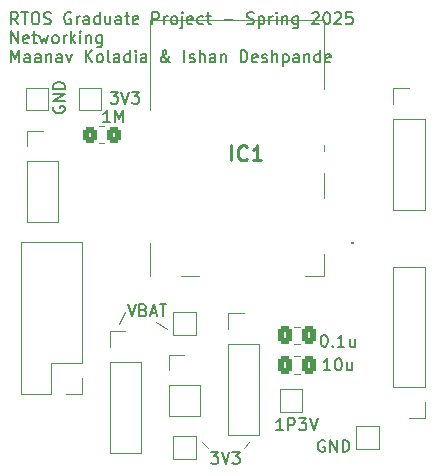
<source format=gto>
G04 #@! TF.GenerationSoftware,KiCad,Pcbnew,9.0.0*
G04 #@! TF.CreationDate,2025-03-07T02:47:21-06:00*
G04 #@! TF.ProjectId,ATWILC1000_Breakout,41545749-4c43-4313-9030-305f42726561,rev?*
G04 #@! TF.SameCoordinates,Original*
G04 #@! TF.FileFunction,Legend,Top*
G04 #@! TF.FilePolarity,Positive*
%FSLAX46Y46*%
G04 Gerber Fmt 4.6, Leading zero omitted, Abs format (unit mm)*
G04 Created by KiCad (PCBNEW 9.0.0) date 2025-03-07 02:47:21*
%MOMM*%
%LPD*%
G01*
G04 APERTURE LIST*
G04 Aperture macros list*
%AMRoundRect*
0 Rectangle with rounded corners*
0 $1 Rounding radius*
0 $2 $3 $4 $5 $6 $7 $8 $9 X,Y pos of 4 corners*
0 Add a 4 corners polygon primitive as box body*
4,1,4,$2,$3,$4,$5,$6,$7,$8,$9,$2,$3,0*
0 Add four circle primitives for the rounded corners*
1,1,$1+$1,$2,$3*
1,1,$1+$1,$4,$5*
1,1,$1+$1,$6,$7*
1,1,$1+$1,$8,$9*
0 Add four rect primitives between the rounded corners*
20,1,$1+$1,$2,$3,$4,$5,0*
20,1,$1+$1,$4,$5,$6,$7,0*
20,1,$1+$1,$6,$7,$8,$9,0*
20,1,$1+$1,$8,$9,$2,$3,0*%
G04 Aperture macros list end*
%ADD10C,0.100000*%
%ADD11C,0.150000*%
%ADD12C,0.254000*%
%ADD13C,0.120000*%
%ADD14C,0.200000*%
%ADD15R,1.700000X1.700000*%
%ADD16O,1.700000X1.700000*%
%ADD17R,1.500000X1.500000*%
%ADD18RoundRect,0.250000X-0.350000X-0.450000X0.350000X-0.450000X0.350000X0.450000X-0.350000X0.450000X0*%
%ADD19RoundRect,0.250000X-0.337500X-0.475000X0.337500X-0.475000X0.337500X0.475000X-0.337500X0.475000X0*%
%ADD20R,3.700000X3.700000*%
%ADD21R,1.900000X0.800000*%
%ADD22R,0.800000X1.900000*%
G04 APERTURE END LIST*
D10*
X147500000Y-121500000D02*
X148000000Y-121000000D01*
X140049387Y-110866258D02*
X141000000Y-111500000D01*
X137000000Y-111000000D02*
X137500000Y-110000000D01*
X144500000Y-121500000D02*
X144000000Y-121000000D01*
D11*
X136241541Y-91369819D02*
X136860588Y-91369819D01*
X136860588Y-91369819D02*
X136527255Y-91750771D01*
X136527255Y-91750771D02*
X136670112Y-91750771D01*
X136670112Y-91750771D02*
X136765350Y-91798390D01*
X136765350Y-91798390D02*
X136812969Y-91846009D01*
X136812969Y-91846009D02*
X136860588Y-91941247D01*
X136860588Y-91941247D02*
X136860588Y-92179342D01*
X136860588Y-92179342D02*
X136812969Y-92274580D01*
X136812969Y-92274580D02*
X136765350Y-92322200D01*
X136765350Y-92322200D02*
X136670112Y-92369819D01*
X136670112Y-92369819D02*
X136384398Y-92369819D01*
X136384398Y-92369819D02*
X136289160Y-92322200D01*
X136289160Y-92322200D02*
X136241541Y-92274580D01*
X137146303Y-91369819D02*
X137479636Y-92369819D01*
X137479636Y-92369819D02*
X137812969Y-91369819D01*
X138051065Y-91369819D02*
X138670112Y-91369819D01*
X138670112Y-91369819D02*
X138336779Y-91750771D01*
X138336779Y-91750771D02*
X138479636Y-91750771D01*
X138479636Y-91750771D02*
X138574874Y-91798390D01*
X138574874Y-91798390D02*
X138622493Y-91846009D01*
X138622493Y-91846009D02*
X138670112Y-91941247D01*
X138670112Y-91941247D02*
X138670112Y-92179342D01*
X138670112Y-92179342D02*
X138622493Y-92274580D01*
X138622493Y-92274580D02*
X138574874Y-92322200D01*
X138574874Y-92322200D02*
X138479636Y-92369819D01*
X138479636Y-92369819D02*
X138193922Y-92369819D01*
X138193922Y-92369819D02*
X138098684Y-92322200D01*
X138098684Y-92322200D02*
X138051065Y-92274580D01*
X144741541Y-121869819D02*
X145360588Y-121869819D01*
X145360588Y-121869819D02*
X145027255Y-122250771D01*
X145027255Y-122250771D02*
X145170112Y-122250771D01*
X145170112Y-122250771D02*
X145265350Y-122298390D01*
X145265350Y-122298390D02*
X145312969Y-122346009D01*
X145312969Y-122346009D02*
X145360588Y-122441247D01*
X145360588Y-122441247D02*
X145360588Y-122679342D01*
X145360588Y-122679342D02*
X145312969Y-122774580D01*
X145312969Y-122774580D02*
X145265350Y-122822200D01*
X145265350Y-122822200D02*
X145170112Y-122869819D01*
X145170112Y-122869819D02*
X144884398Y-122869819D01*
X144884398Y-122869819D02*
X144789160Y-122822200D01*
X144789160Y-122822200D02*
X144741541Y-122774580D01*
X145646303Y-121869819D02*
X145979636Y-122869819D01*
X145979636Y-122869819D02*
X146312969Y-121869819D01*
X146551065Y-121869819D02*
X147170112Y-121869819D01*
X147170112Y-121869819D02*
X146836779Y-122250771D01*
X146836779Y-122250771D02*
X146979636Y-122250771D01*
X146979636Y-122250771D02*
X147074874Y-122298390D01*
X147074874Y-122298390D02*
X147122493Y-122346009D01*
X147122493Y-122346009D02*
X147170112Y-122441247D01*
X147170112Y-122441247D02*
X147170112Y-122679342D01*
X147170112Y-122679342D02*
X147122493Y-122774580D01*
X147122493Y-122774580D02*
X147074874Y-122822200D01*
X147074874Y-122822200D02*
X146979636Y-122869819D01*
X146979636Y-122869819D02*
X146693922Y-122869819D01*
X146693922Y-122869819D02*
X146598684Y-122822200D01*
X146598684Y-122822200D02*
X146551065Y-122774580D01*
X150860588Y-120029819D02*
X150289160Y-120029819D01*
X150574874Y-120029819D02*
X150574874Y-119029819D01*
X150574874Y-119029819D02*
X150479636Y-119172676D01*
X150479636Y-119172676D02*
X150384398Y-119267914D01*
X150384398Y-119267914D02*
X150289160Y-119315533D01*
X151289160Y-120029819D02*
X151289160Y-119029819D01*
X151289160Y-119029819D02*
X151670112Y-119029819D01*
X151670112Y-119029819D02*
X151765350Y-119077438D01*
X151765350Y-119077438D02*
X151812969Y-119125057D01*
X151812969Y-119125057D02*
X151860588Y-119220295D01*
X151860588Y-119220295D02*
X151860588Y-119363152D01*
X151860588Y-119363152D02*
X151812969Y-119458390D01*
X151812969Y-119458390D02*
X151765350Y-119506009D01*
X151765350Y-119506009D02*
X151670112Y-119553628D01*
X151670112Y-119553628D02*
X151289160Y-119553628D01*
X152193922Y-119029819D02*
X152812969Y-119029819D01*
X152812969Y-119029819D02*
X152479636Y-119410771D01*
X152479636Y-119410771D02*
X152622493Y-119410771D01*
X152622493Y-119410771D02*
X152717731Y-119458390D01*
X152717731Y-119458390D02*
X152765350Y-119506009D01*
X152765350Y-119506009D02*
X152812969Y-119601247D01*
X152812969Y-119601247D02*
X152812969Y-119839342D01*
X152812969Y-119839342D02*
X152765350Y-119934580D01*
X152765350Y-119934580D02*
X152717731Y-119982200D01*
X152717731Y-119982200D02*
X152622493Y-120029819D01*
X152622493Y-120029819D02*
X152336779Y-120029819D01*
X152336779Y-120029819D02*
X152241541Y-119982200D01*
X152241541Y-119982200D02*
X152193922Y-119934580D01*
X153098684Y-119029819D02*
X153432017Y-120029819D01*
X153432017Y-120029819D02*
X153765350Y-119029819D01*
X137693922Y-109369819D02*
X138027255Y-110369819D01*
X138027255Y-110369819D02*
X138360588Y-109369819D01*
X139027255Y-109846009D02*
X139170112Y-109893628D01*
X139170112Y-109893628D02*
X139217731Y-109941247D01*
X139217731Y-109941247D02*
X139265350Y-110036485D01*
X139265350Y-110036485D02*
X139265350Y-110179342D01*
X139265350Y-110179342D02*
X139217731Y-110274580D01*
X139217731Y-110274580D02*
X139170112Y-110322200D01*
X139170112Y-110322200D02*
X139074874Y-110369819D01*
X139074874Y-110369819D02*
X138693922Y-110369819D01*
X138693922Y-110369819D02*
X138693922Y-109369819D01*
X138693922Y-109369819D02*
X139027255Y-109369819D01*
X139027255Y-109369819D02*
X139122493Y-109417438D01*
X139122493Y-109417438D02*
X139170112Y-109465057D01*
X139170112Y-109465057D02*
X139217731Y-109560295D01*
X139217731Y-109560295D02*
X139217731Y-109655533D01*
X139217731Y-109655533D02*
X139170112Y-109750771D01*
X139170112Y-109750771D02*
X139122493Y-109798390D01*
X139122493Y-109798390D02*
X139027255Y-109846009D01*
X139027255Y-109846009D02*
X138693922Y-109846009D01*
X139646303Y-110084104D02*
X140122493Y-110084104D01*
X139551065Y-110369819D02*
X139884398Y-109369819D01*
X139884398Y-109369819D02*
X140217731Y-110369819D01*
X140408208Y-109369819D02*
X140979636Y-109369819D01*
X140693922Y-110369819D02*
X140693922Y-109369819D01*
X154360588Y-120917438D02*
X154265350Y-120869819D01*
X154265350Y-120869819D02*
X154122493Y-120869819D01*
X154122493Y-120869819D02*
X153979636Y-120917438D01*
X153979636Y-120917438D02*
X153884398Y-121012676D01*
X153884398Y-121012676D02*
X153836779Y-121107914D01*
X153836779Y-121107914D02*
X153789160Y-121298390D01*
X153789160Y-121298390D02*
X153789160Y-121441247D01*
X153789160Y-121441247D02*
X153836779Y-121631723D01*
X153836779Y-121631723D02*
X153884398Y-121726961D01*
X153884398Y-121726961D02*
X153979636Y-121822200D01*
X153979636Y-121822200D02*
X154122493Y-121869819D01*
X154122493Y-121869819D02*
X154217731Y-121869819D01*
X154217731Y-121869819D02*
X154360588Y-121822200D01*
X154360588Y-121822200D02*
X154408207Y-121774580D01*
X154408207Y-121774580D02*
X154408207Y-121441247D01*
X154408207Y-121441247D02*
X154217731Y-121441247D01*
X154836779Y-121869819D02*
X154836779Y-120869819D01*
X154836779Y-120869819D02*
X155408207Y-121869819D01*
X155408207Y-121869819D02*
X155408207Y-120869819D01*
X155884398Y-121869819D02*
X155884398Y-120869819D01*
X155884398Y-120869819D02*
X156122493Y-120869819D01*
X156122493Y-120869819D02*
X156265350Y-120917438D01*
X156265350Y-120917438D02*
X156360588Y-121012676D01*
X156360588Y-121012676D02*
X156408207Y-121107914D01*
X156408207Y-121107914D02*
X156455826Y-121298390D01*
X156455826Y-121298390D02*
X156455826Y-121441247D01*
X156455826Y-121441247D02*
X156408207Y-121631723D01*
X156408207Y-121631723D02*
X156360588Y-121726961D01*
X156360588Y-121726961D02*
X156265350Y-121822200D01*
X156265350Y-121822200D02*
X156122493Y-121869819D01*
X156122493Y-121869819D02*
X155884398Y-121869819D01*
X131417438Y-92639411D02*
X131369819Y-92734649D01*
X131369819Y-92734649D02*
X131369819Y-92877506D01*
X131369819Y-92877506D02*
X131417438Y-93020363D01*
X131417438Y-93020363D02*
X131512676Y-93115601D01*
X131512676Y-93115601D02*
X131607914Y-93163220D01*
X131607914Y-93163220D02*
X131798390Y-93210839D01*
X131798390Y-93210839D02*
X131941247Y-93210839D01*
X131941247Y-93210839D02*
X132131723Y-93163220D01*
X132131723Y-93163220D02*
X132226961Y-93115601D01*
X132226961Y-93115601D02*
X132322200Y-93020363D01*
X132322200Y-93020363D02*
X132369819Y-92877506D01*
X132369819Y-92877506D02*
X132369819Y-92782268D01*
X132369819Y-92782268D02*
X132322200Y-92639411D01*
X132322200Y-92639411D02*
X132274580Y-92591792D01*
X132274580Y-92591792D02*
X131941247Y-92591792D01*
X131941247Y-92591792D02*
X131941247Y-92782268D01*
X132369819Y-92163220D02*
X131369819Y-92163220D01*
X131369819Y-92163220D02*
X132369819Y-91591792D01*
X132369819Y-91591792D02*
X131369819Y-91591792D01*
X132369819Y-91115601D02*
X131369819Y-91115601D01*
X131369819Y-91115601D02*
X131369819Y-90877506D01*
X131369819Y-90877506D02*
X131417438Y-90734649D01*
X131417438Y-90734649D02*
X131512676Y-90639411D01*
X131512676Y-90639411D02*
X131607914Y-90591792D01*
X131607914Y-90591792D02*
X131798390Y-90544173D01*
X131798390Y-90544173D02*
X131941247Y-90544173D01*
X131941247Y-90544173D02*
X132131723Y-90591792D01*
X132131723Y-90591792D02*
X132226961Y-90639411D01*
X132226961Y-90639411D02*
X132322200Y-90734649D01*
X132322200Y-90734649D02*
X132369819Y-90877506D01*
X132369819Y-90877506D02*
X132369819Y-91115601D01*
X128408207Y-85649931D02*
X128074874Y-85173740D01*
X127836779Y-85649931D02*
X127836779Y-84649931D01*
X127836779Y-84649931D02*
X128217731Y-84649931D01*
X128217731Y-84649931D02*
X128312969Y-84697550D01*
X128312969Y-84697550D02*
X128360588Y-84745169D01*
X128360588Y-84745169D02*
X128408207Y-84840407D01*
X128408207Y-84840407D02*
X128408207Y-84983264D01*
X128408207Y-84983264D02*
X128360588Y-85078502D01*
X128360588Y-85078502D02*
X128312969Y-85126121D01*
X128312969Y-85126121D02*
X128217731Y-85173740D01*
X128217731Y-85173740D02*
X127836779Y-85173740D01*
X128693922Y-84649931D02*
X129265350Y-84649931D01*
X128979636Y-85649931D02*
X128979636Y-84649931D01*
X129789160Y-84649931D02*
X129979636Y-84649931D01*
X129979636Y-84649931D02*
X130074874Y-84697550D01*
X130074874Y-84697550D02*
X130170112Y-84792788D01*
X130170112Y-84792788D02*
X130217731Y-84983264D01*
X130217731Y-84983264D02*
X130217731Y-85316597D01*
X130217731Y-85316597D02*
X130170112Y-85507073D01*
X130170112Y-85507073D02*
X130074874Y-85602312D01*
X130074874Y-85602312D02*
X129979636Y-85649931D01*
X129979636Y-85649931D02*
X129789160Y-85649931D01*
X129789160Y-85649931D02*
X129693922Y-85602312D01*
X129693922Y-85602312D02*
X129598684Y-85507073D01*
X129598684Y-85507073D02*
X129551065Y-85316597D01*
X129551065Y-85316597D02*
X129551065Y-84983264D01*
X129551065Y-84983264D02*
X129598684Y-84792788D01*
X129598684Y-84792788D02*
X129693922Y-84697550D01*
X129693922Y-84697550D02*
X129789160Y-84649931D01*
X130598684Y-85602312D02*
X130741541Y-85649931D01*
X130741541Y-85649931D02*
X130979636Y-85649931D01*
X130979636Y-85649931D02*
X131074874Y-85602312D01*
X131074874Y-85602312D02*
X131122493Y-85554692D01*
X131122493Y-85554692D02*
X131170112Y-85459454D01*
X131170112Y-85459454D02*
X131170112Y-85364216D01*
X131170112Y-85364216D02*
X131122493Y-85268978D01*
X131122493Y-85268978D02*
X131074874Y-85221359D01*
X131074874Y-85221359D02*
X130979636Y-85173740D01*
X130979636Y-85173740D02*
X130789160Y-85126121D01*
X130789160Y-85126121D02*
X130693922Y-85078502D01*
X130693922Y-85078502D02*
X130646303Y-85030883D01*
X130646303Y-85030883D02*
X130598684Y-84935645D01*
X130598684Y-84935645D02*
X130598684Y-84840407D01*
X130598684Y-84840407D02*
X130646303Y-84745169D01*
X130646303Y-84745169D02*
X130693922Y-84697550D01*
X130693922Y-84697550D02*
X130789160Y-84649931D01*
X130789160Y-84649931D02*
X131027255Y-84649931D01*
X131027255Y-84649931D02*
X131170112Y-84697550D01*
X132884398Y-84697550D02*
X132789160Y-84649931D01*
X132789160Y-84649931D02*
X132646303Y-84649931D01*
X132646303Y-84649931D02*
X132503446Y-84697550D01*
X132503446Y-84697550D02*
X132408208Y-84792788D01*
X132408208Y-84792788D02*
X132360589Y-84888026D01*
X132360589Y-84888026D02*
X132312970Y-85078502D01*
X132312970Y-85078502D02*
X132312970Y-85221359D01*
X132312970Y-85221359D02*
X132360589Y-85411835D01*
X132360589Y-85411835D02*
X132408208Y-85507073D01*
X132408208Y-85507073D02*
X132503446Y-85602312D01*
X132503446Y-85602312D02*
X132646303Y-85649931D01*
X132646303Y-85649931D02*
X132741541Y-85649931D01*
X132741541Y-85649931D02*
X132884398Y-85602312D01*
X132884398Y-85602312D02*
X132932017Y-85554692D01*
X132932017Y-85554692D02*
X132932017Y-85221359D01*
X132932017Y-85221359D02*
X132741541Y-85221359D01*
X133360589Y-85649931D02*
X133360589Y-84983264D01*
X133360589Y-85173740D02*
X133408208Y-85078502D01*
X133408208Y-85078502D02*
X133455827Y-85030883D01*
X133455827Y-85030883D02*
X133551065Y-84983264D01*
X133551065Y-84983264D02*
X133646303Y-84983264D01*
X134408208Y-85649931D02*
X134408208Y-85126121D01*
X134408208Y-85126121D02*
X134360589Y-85030883D01*
X134360589Y-85030883D02*
X134265351Y-84983264D01*
X134265351Y-84983264D02*
X134074875Y-84983264D01*
X134074875Y-84983264D02*
X133979637Y-85030883D01*
X134408208Y-85602312D02*
X134312970Y-85649931D01*
X134312970Y-85649931D02*
X134074875Y-85649931D01*
X134074875Y-85649931D02*
X133979637Y-85602312D01*
X133979637Y-85602312D02*
X133932018Y-85507073D01*
X133932018Y-85507073D02*
X133932018Y-85411835D01*
X133932018Y-85411835D02*
X133979637Y-85316597D01*
X133979637Y-85316597D02*
X134074875Y-85268978D01*
X134074875Y-85268978D02*
X134312970Y-85268978D01*
X134312970Y-85268978D02*
X134408208Y-85221359D01*
X135312970Y-85649931D02*
X135312970Y-84649931D01*
X135312970Y-85602312D02*
X135217732Y-85649931D01*
X135217732Y-85649931D02*
X135027256Y-85649931D01*
X135027256Y-85649931D02*
X134932018Y-85602312D01*
X134932018Y-85602312D02*
X134884399Y-85554692D01*
X134884399Y-85554692D02*
X134836780Y-85459454D01*
X134836780Y-85459454D02*
X134836780Y-85173740D01*
X134836780Y-85173740D02*
X134884399Y-85078502D01*
X134884399Y-85078502D02*
X134932018Y-85030883D01*
X134932018Y-85030883D02*
X135027256Y-84983264D01*
X135027256Y-84983264D02*
X135217732Y-84983264D01*
X135217732Y-84983264D02*
X135312970Y-85030883D01*
X136217732Y-84983264D02*
X136217732Y-85649931D01*
X135789161Y-84983264D02*
X135789161Y-85507073D01*
X135789161Y-85507073D02*
X135836780Y-85602312D01*
X135836780Y-85602312D02*
X135932018Y-85649931D01*
X135932018Y-85649931D02*
X136074875Y-85649931D01*
X136074875Y-85649931D02*
X136170113Y-85602312D01*
X136170113Y-85602312D02*
X136217732Y-85554692D01*
X137122494Y-85649931D02*
X137122494Y-85126121D01*
X137122494Y-85126121D02*
X137074875Y-85030883D01*
X137074875Y-85030883D02*
X136979637Y-84983264D01*
X136979637Y-84983264D02*
X136789161Y-84983264D01*
X136789161Y-84983264D02*
X136693923Y-85030883D01*
X137122494Y-85602312D02*
X137027256Y-85649931D01*
X137027256Y-85649931D02*
X136789161Y-85649931D01*
X136789161Y-85649931D02*
X136693923Y-85602312D01*
X136693923Y-85602312D02*
X136646304Y-85507073D01*
X136646304Y-85507073D02*
X136646304Y-85411835D01*
X136646304Y-85411835D02*
X136693923Y-85316597D01*
X136693923Y-85316597D02*
X136789161Y-85268978D01*
X136789161Y-85268978D02*
X137027256Y-85268978D01*
X137027256Y-85268978D02*
X137122494Y-85221359D01*
X137455828Y-84983264D02*
X137836780Y-84983264D01*
X137598685Y-84649931D02*
X137598685Y-85507073D01*
X137598685Y-85507073D02*
X137646304Y-85602312D01*
X137646304Y-85602312D02*
X137741542Y-85649931D01*
X137741542Y-85649931D02*
X137836780Y-85649931D01*
X138551066Y-85602312D02*
X138455828Y-85649931D01*
X138455828Y-85649931D02*
X138265352Y-85649931D01*
X138265352Y-85649931D02*
X138170114Y-85602312D01*
X138170114Y-85602312D02*
X138122495Y-85507073D01*
X138122495Y-85507073D02*
X138122495Y-85126121D01*
X138122495Y-85126121D02*
X138170114Y-85030883D01*
X138170114Y-85030883D02*
X138265352Y-84983264D01*
X138265352Y-84983264D02*
X138455828Y-84983264D01*
X138455828Y-84983264D02*
X138551066Y-85030883D01*
X138551066Y-85030883D02*
X138598685Y-85126121D01*
X138598685Y-85126121D02*
X138598685Y-85221359D01*
X138598685Y-85221359D02*
X138122495Y-85316597D01*
X139789162Y-85649931D02*
X139789162Y-84649931D01*
X139789162Y-84649931D02*
X140170114Y-84649931D01*
X140170114Y-84649931D02*
X140265352Y-84697550D01*
X140265352Y-84697550D02*
X140312971Y-84745169D01*
X140312971Y-84745169D02*
X140360590Y-84840407D01*
X140360590Y-84840407D02*
X140360590Y-84983264D01*
X140360590Y-84983264D02*
X140312971Y-85078502D01*
X140312971Y-85078502D02*
X140265352Y-85126121D01*
X140265352Y-85126121D02*
X140170114Y-85173740D01*
X140170114Y-85173740D02*
X139789162Y-85173740D01*
X140789162Y-85649931D02*
X140789162Y-84983264D01*
X140789162Y-85173740D02*
X140836781Y-85078502D01*
X140836781Y-85078502D02*
X140884400Y-85030883D01*
X140884400Y-85030883D02*
X140979638Y-84983264D01*
X140979638Y-84983264D02*
X141074876Y-84983264D01*
X141551067Y-85649931D02*
X141455829Y-85602312D01*
X141455829Y-85602312D02*
X141408210Y-85554692D01*
X141408210Y-85554692D02*
X141360591Y-85459454D01*
X141360591Y-85459454D02*
X141360591Y-85173740D01*
X141360591Y-85173740D02*
X141408210Y-85078502D01*
X141408210Y-85078502D02*
X141455829Y-85030883D01*
X141455829Y-85030883D02*
X141551067Y-84983264D01*
X141551067Y-84983264D02*
X141693924Y-84983264D01*
X141693924Y-84983264D02*
X141789162Y-85030883D01*
X141789162Y-85030883D02*
X141836781Y-85078502D01*
X141836781Y-85078502D02*
X141884400Y-85173740D01*
X141884400Y-85173740D02*
X141884400Y-85459454D01*
X141884400Y-85459454D02*
X141836781Y-85554692D01*
X141836781Y-85554692D02*
X141789162Y-85602312D01*
X141789162Y-85602312D02*
X141693924Y-85649931D01*
X141693924Y-85649931D02*
X141551067Y-85649931D01*
X142312972Y-84983264D02*
X142312972Y-85840407D01*
X142312972Y-85840407D02*
X142265353Y-85935645D01*
X142265353Y-85935645D02*
X142170115Y-85983264D01*
X142170115Y-85983264D02*
X142122496Y-85983264D01*
X142312972Y-84649931D02*
X142265353Y-84697550D01*
X142265353Y-84697550D02*
X142312972Y-84745169D01*
X142312972Y-84745169D02*
X142360591Y-84697550D01*
X142360591Y-84697550D02*
X142312972Y-84649931D01*
X142312972Y-84649931D02*
X142312972Y-84745169D01*
X143170114Y-85602312D02*
X143074876Y-85649931D01*
X143074876Y-85649931D02*
X142884400Y-85649931D01*
X142884400Y-85649931D02*
X142789162Y-85602312D01*
X142789162Y-85602312D02*
X142741543Y-85507073D01*
X142741543Y-85507073D02*
X142741543Y-85126121D01*
X142741543Y-85126121D02*
X142789162Y-85030883D01*
X142789162Y-85030883D02*
X142884400Y-84983264D01*
X142884400Y-84983264D02*
X143074876Y-84983264D01*
X143074876Y-84983264D02*
X143170114Y-85030883D01*
X143170114Y-85030883D02*
X143217733Y-85126121D01*
X143217733Y-85126121D02*
X143217733Y-85221359D01*
X143217733Y-85221359D02*
X142741543Y-85316597D01*
X144074876Y-85602312D02*
X143979638Y-85649931D01*
X143979638Y-85649931D02*
X143789162Y-85649931D01*
X143789162Y-85649931D02*
X143693924Y-85602312D01*
X143693924Y-85602312D02*
X143646305Y-85554692D01*
X143646305Y-85554692D02*
X143598686Y-85459454D01*
X143598686Y-85459454D02*
X143598686Y-85173740D01*
X143598686Y-85173740D02*
X143646305Y-85078502D01*
X143646305Y-85078502D02*
X143693924Y-85030883D01*
X143693924Y-85030883D02*
X143789162Y-84983264D01*
X143789162Y-84983264D02*
X143979638Y-84983264D01*
X143979638Y-84983264D02*
X144074876Y-85030883D01*
X144360591Y-84983264D02*
X144741543Y-84983264D01*
X144503448Y-84649931D02*
X144503448Y-85507073D01*
X144503448Y-85507073D02*
X144551067Y-85602312D01*
X144551067Y-85602312D02*
X144646305Y-85649931D01*
X144646305Y-85649931D02*
X144741543Y-85649931D01*
X145836782Y-85268978D02*
X146598687Y-85268978D01*
X147789163Y-85602312D02*
X147932020Y-85649931D01*
X147932020Y-85649931D02*
X148170115Y-85649931D01*
X148170115Y-85649931D02*
X148265353Y-85602312D01*
X148265353Y-85602312D02*
X148312972Y-85554692D01*
X148312972Y-85554692D02*
X148360591Y-85459454D01*
X148360591Y-85459454D02*
X148360591Y-85364216D01*
X148360591Y-85364216D02*
X148312972Y-85268978D01*
X148312972Y-85268978D02*
X148265353Y-85221359D01*
X148265353Y-85221359D02*
X148170115Y-85173740D01*
X148170115Y-85173740D02*
X147979639Y-85126121D01*
X147979639Y-85126121D02*
X147884401Y-85078502D01*
X147884401Y-85078502D02*
X147836782Y-85030883D01*
X147836782Y-85030883D02*
X147789163Y-84935645D01*
X147789163Y-84935645D02*
X147789163Y-84840407D01*
X147789163Y-84840407D02*
X147836782Y-84745169D01*
X147836782Y-84745169D02*
X147884401Y-84697550D01*
X147884401Y-84697550D02*
X147979639Y-84649931D01*
X147979639Y-84649931D02*
X148217734Y-84649931D01*
X148217734Y-84649931D02*
X148360591Y-84697550D01*
X148789163Y-84983264D02*
X148789163Y-85983264D01*
X148789163Y-85030883D02*
X148884401Y-84983264D01*
X148884401Y-84983264D02*
X149074877Y-84983264D01*
X149074877Y-84983264D02*
X149170115Y-85030883D01*
X149170115Y-85030883D02*
X149217734Y-85078502D01*
X149217734Y-85078502D02*
X149265353Y-85173740D01*
X149265353Y-85173740D02*
X149265353Y-85459454D01*
X149265353Y-85459454D02*
X149217734Y-85554692D01*
X149217734Y-85554692D02*
X149170115Y-85602312D01*
X149170115Y-85602312D02*
X149074877Y-85649931D01*
X149074877Y-85649931D02*
X148884401Y-85649931D01*
X148884401Y-85649931D02*
X148789163Y-85602312D01*
X149693925Y-85649931D02*
X149693925Y-84983264D01*
X149693925Y-85173740D02*
X149741544Y-85078502D01*
X149741544Y-85078502D02*
X149789163Y-85030883D01*
X149789163Y-85030883D02*
X149884401Y-84983264D01*
X149884401Y-84983264D02*
X149979639Y-84983264D01*
X150312973Y-85649931D02*
X150312973Y-84983264D01*
X150312973Y-84649931D02*
X150265354Y-84697550D01*
X150265354Y-84697550D02*
X150312973Y-84745169D01*
X150312973Y-84745169D02*
X150360592Y-84697550D01*
X150360592Y-84697550D02*
X150312973Y-84649931D01*
X150312973Y-84649931D02*
X150312973Y-84745169D01*
X150789163Y-84983264D02*
X150789163Y-85649931D01*
X150789163Y-85078502D02*
X150836782Y-85030883D01*
X150836782Y-85030883D02*
X150932020Y-84983264D01*
X150932020Y-84983264D02*
X151074877Y-84983264D01*
X151074877Y-84983264D02*
X151170115Y-85030883D01*
X151170115Y-85030883D02*
X151217734Y-85126121D01*
X151217734Y-85126121D02*
X151217734Y-85649931D01*
X152122496Y-84983264D02*
X152122496Y-85792788D01*
X152122496Y-85792788D02*
X152074877Y-85888026D01*
X152074877Y-85888026D02*
X152027258Y-85935645D01*
X152027258Y-85935645D02*
X151932020Y-85983264D01*
X151932020Y-85983264D02*
X151789163Y-85983264D01*
X151789163Y-85983264D02*
X151693925Y-85935645D01*
X152122496Y-85602312D02*
X152027258Y-85649931D01*
X152027258Y-85649931D02*
X151836782Y-85649931D01*
X151836782Y-85649931D02*
X151741544Y-85602312D01*
X151741544Y-85602312D02*
X151693925Y-85554692D01*
X151693925Y-85554692D02*
X151646306Y-85459454D01*
X151646306Y-85459454D02*
X151646306Y-85173740D01*
X151646306Y-85173740D02*
X151693925Y-85078502D01*
X151693925Y-85078502D02*
X151741544Y-85030883D01*
X151741544Y-85030883D02*
X151836782Y-84983264D01*
X151836782Y-84983264D02*
X152027258Y-84983264D01*
X152027258Y-84983264D02*
X152122496Y-85030883D01*
X153312973Y-84745169D02*
X153360592Y-84697550D01*
X153360592Y-84697550D02*
X153455830Y-84649931D01*
X153455830Y-84649931D02*
X153693925Y-84649931D01*
X153693925Y-84649931D02*
X153789163Y-84697550D01*
X153789163Y-84697550D02*
X153836782Y-84745169D01*
X153836782Y-84745169D02*
X153884401Y-84840407D01*
X153884401Y-84840407D02*
X153884401Y-84935645D01*
X153884401Y-84935645D02*
X153836782Y-85078502D01*
X153836782Y-85078502D02*
X153265354Y-85649931D01*
X153265354Y-85649931D02*
X153884401Y-85649931D01*
X154503449Y-84649931D02*
X154598687Y-84649931D01*
X154598687Y-84649931D02*
X154693925Y-84697550D01*
X154693925Y-84697550D02*
X154741544Y-84745169D01*
X154741544Y-84745169D02*
X154789163Y-84840407D01*
X154789163Y-84840407D02*
X154836782Y-85030883D01*
X154836782Y-85030883D02*
X154836782Y-85268978D01*
X154836782Y-85268978D02*
X154789163Y-85459454D01*
X154789163Y-85459454D02*
X154741544Y-85554692D01*
X154741544Y-85554692D02*
X154693925Y-85602312D01*
X154693925Y-85602312D02*
X154598687Y-85649931D01*
X154598687Y-85649931D02*
X154503449Y-85649931D01*
X154503449Y-85649931D02*
X154408211Y-85602312D01*
X154408211Y-85602312D02*
X154360592Y-85554692D01*
X154360592Y-85554692D02*
X154312973Y-85459454D01*
X154312973Y-85459454D02*
X154265354Y-85268978D01*
X154265354Y-85268978D02*
X154265354Y-85030883D01*
X154265354Y-85030883D02*
X154312973Y-84840407D01*
X154312973Y-84840407D02*
X154360592Y-84745169D01*
X154360592Y-84745169D02*
X154408211Y-84697550D01*
X154408211Y-84697550D02*
X154503449Y-84649931D01*
X155217735Y-84745169D02*
X155265354Y-84697550D01*
X155265354Y-84697550D02*
X155360592Y-84649931D01*
X155360592Y-84649931D02*
X155598687Y-84649931D01*
X155598687Y-84649931D02*
X155693925Y-84697550D01*
X155693925Y-84697550D02*
X155741544Y-84745169D01*
X155741544Y-84745169D02*
X155789163Y-84840407D01*
X155789163Y-84840407D02*
X155789163Y-84935645D01*
X155789163Y-84935645D02*
X155741544Y-85078502D01*
X155741544Y-85078502D02*
X155170116Y-85649931D01*
X155170116Y-85649931D02*
X155789163Y-85649931D01*
X156693925Y-84649931D02*
X156217735Y-84649931D01*
X156217735Y-84649931D02*
X156170116Y-85126121D01*
X156170116Y-85126121D02*
X156217735Y-85078502D01*
X156217735Y-85078502D02*
X156312973Y-85030883D01*
X156312973Y-85030883D02*
X156551068Y-85030883D01*
X156551068Y-85030883D02*
X156646306Y-85078502D01*
X156646306Y-85078502D02*
X156693925Y-85126121D01*
X156693925Y-85126121D02*
X156741544Y-85221359D01*
X156741544Y-85221359D02*
X156741544Y-85459454D01*
X156741544Y-85459454D02*
X156693925Y-85554692D01*
X156693925Y-85554692D02*
X156646306Y-85602312D01*
X156646306Y-85602312D02*
X156551068Y-85649931D01*
X156551068Y-85649931D02*
X156312973Y-85649931D01*
X156312973Y-85649931D02*
X156217735Y-85602312D01*
X156217735Y-85602312D02*
X156170116Y-85554692D01*
X127836779Y-87259875D02*
X127836779Y-86259875D01*
X127836779Y-86259875D02*
X128408207Y-87259875D01*
X128408207Y-87259875D02*
X128408207Y-86259875D01*
X129265350Y-87212256D02*
X129170112Y-87259875D01*
X129170112Y-87259875D02*
X128979636Y-87259875D01*
X128979636Y-87259875D02*
X128884398Y-87212256D01*
X128884398Y-87212256D02*
X128836779Y-87117017D01*
X128836779Y-87117017D02*
X128836779Y-86736065D01*
X128836779Y-86736065D02*
X128884398Y-86640827D01*
X128884398Y-86640827D02*
X128979636Y-86593208D01*
X128979636Y-86593208D02*
X129170112Y-86593208D01*
X129170112Y-86593208D02*
X129265350Y-86640827D01*
X129265350Y-86640827D02*
X129312969Y-86736065D01*
X129312969Y-86736065D02*
X129312969Y-86831303D01*
X129312969Y-86831303D02*
X128836779Y-86926541D01*
X129598684Y-86593208D02*
X129979636Y-86593208D01*
X129741541Y-86259875D02*
X129741541Y-87117017D01*
X129741541Y-87117017D02*
X129789160Y-87212256D01*
X129789160Y-87212256D02*
X129884398Y-87259875D01*
X129884398Y-87259875D02*
X129979636Y-87259875D01*
X130217732Y-86593208D02*
X130408208Y-87259875D01*
X130408208Y-87259875D02*
X130598684Y-86783684D01*
X130598684Y-86783684D02*
X130789160Y-87259875D01*
X130789160Y-87259875D02*
X130979636Y-86593208D01*
X131503446Y-87259875D02*
X131408208Y-87212256D01*
X131408208Y-87212256D02*
X131360589Y-87164636D01*
X131360589Y-87164636D02*
X131312970Y-87069398D01*
X131312970Y-87069398D02*
X131312970Y-86783684D01*
X131312970Y-86783684D02*
X131360589Y-86688446D01*
X131360589Y-86688446D02*
X131408208Y-86640827D01*
X131408208Y-86640827D02*
X131503446Y-86593208D01*
X131503446Y-86593208D02*
X131646303Y-86593208D01*
X131646303Y-86593208D02*
X131741541Y-86640827D01*
X131741541Y-86640827D02*
X131789160Y-86688446D01*
X131789160Y-86688446D02*
X131836779Y-86783684D01*
X131836779Y-86783684D02*
X131836779Y-87069398D01*
X131836779Y-87069398D02*
X131789160Y-87164636D01*
X131789160Y-87164636D02*
X131741541Y-87212256D01*
X131741541Y-87212256D02*
X131646303Y-87259875D01*
X131646303Y-87259875D02*
X131503446Y-87259875D01*
X132265351Y-87259875D02*
X132265351Y-86593208D01*
X132265351Y-86783684D02*
X132312970Y-86688446D01*
X132312970Y-86688446D02*
X132360589Y-86640827D01*
X132360589Y-86640827D02*
X132455827Y-86593208D01*
X132455827Y-86593208D02*
X132551065Y-86593208D01*
X132884399Y-87259875D02*
X132884399Y-86259875D01*
X132979637Y-86878922D02*
X133265351Y-87259875D01*
X133265351Y-86593208D02*
X132884399Y-86974160D01*
X133693923Y-87259875D02*
X133693923Y-86593208D01*
X133693923Y-86259875D02*
X133646304Y-86307494D01*
X133646304Y-86307494D02*
X133693923Y-86355113D01*
X133693923Y-86355113D02*
X133741542Y-86307494D01*
X133741542Y-86307494D02*
X133693923Y-86259875D01*
X133693923Y-86259875D02*
X133693923Y-86355113D01*
X134170113Y-86593208D02*
X134170113Y-87259875D01*
X134170113Y-86688446D02*
X134217732Y-86640827D01*
X134217732Y-86640827D02*
X134312970Y-86593208D01*
X134312970Y-86593208D02*
X134455827Y-86593208D01*
X134455827Y-86593208D02*
X134551065Y-86640827D01*
X134551065Y-86640827D02*
X134598684Y-86736065D01*
X134598684Y-86736065D02*
X134598684Y-87259875D01*
X135503446Y-86593208D02*
X135503446Y-87402732D01*
X135503446Y-87402732D02*
X135455827Y-87497970D01*
X135455827Y-87497970D02*
X135408208Y-87545589D01*
X135408208Y-87545589D02*
X135312970Y-87593208D01*
X135312970Y-87593208D02*
X135170113Y-87593208D01*
X135170113Y-87593208D02*
X135074875Y-87545589D01*
X135503446Y-87212256D02*
X135408208Y-87259875D01*
X135408208Y-87259875D02*
X135217732Y-87259875D01*
X135217732Y-87259875D02*
X135122494Y-87212256D01*
X135122494Y-87212256D02*
X135074875Y-87164636D01*
X135074875Y-87164636D02*
X135027256Y-87069398D01*
X135027256Y-87069398D02*
X135027256Y-86783684D01*
X135027256Y-86783684D02*
X135074875Y-86688446D01*
X135074875Y-86688446D02*
X135122494Y-86640827D01*
X135122494Y-86640827D02*
X135217732Y-86593208D01*
X135217732Y-86593208D02*
X135408208Y-86593208D01*
X135408208Y-86593208D02*
X135503446Y-86640827D01*
X127836779Y-88869819D02*
X127836779Y-87869819D01*
X127836779Y-87869819D02*
X128170112Y-88584104D01*
X128170112Y-88584104D02*
X128503445Y-87869819D01*
X128503445Y-87869819D02*
X128503445Y-88869819D01*
X129408207Y-88869819D02*
X129408207Y-88346009D01*
X129408207Y-88346009D02*
X129360588Y-88250771D01*
X129360588Y-88250771D02*
X129265350Y-88203152D01*
X129265350Y-88203152D02*
X129074874Y-88203152D01*
X129074874Y-88203152D02*
X128979636Y-88250771D01*
X129408207Y-88822200D02*
X129312969Y-88869819D01*
X129312969Y-88869819D02*
X129074874Y-88869819D01*
X129074874Y-88869819D02*
X128979636Y-88822200D01*
X128979636Y-88822200D02*
X128932017Y-88726961D01*
X128932017Y-88726961D02*
X128932017Y-88631723D01*
X128932017Y-88631723D02*
X128979636Y-88536485D01*
X128979636Y-88536485D02*
X129074874Y-88488866D01*
X129074874Y-88488866D02*
X129312969Y-88488866D01*
X129312969Y-88488866D02*
X129408207Y-88441247D01*
X130312969Y-88869819D02*
X130312969Y-88346009D01*
X130312969Y-88346009D02*
X130265350Y-88250771D01*
X130265350Y-88250771D02*
X130170112Y-88203152D01*
X130170112Y-88203152D02*
X129979636Y-88203152D01*
X129979636Y-88203152D02*
X129884398Y-88250771D01*
X130312969Y-88822200D02*
X130217731Y-88869819D01*
X130217731Y-88869819D02*
X129979636Y-88869819D01*
X129979636Y-88869819D02*
X129884398Y-88822200D01*
X129884398Y-88822200D02*
X129836779Y-88726961D01*
X129836779Y-88726961D02*
X129836779Y-88631723D01*
X129836779Y-88631723D02*
X129884398Y-88536485D01*
X129884398Y-88536485D02*
X129979636Y-88488866D01*
X129979636Y-88488866D02*
X130217731Y-88488866D01*
X130217731Y-88488866D02*
X130312969Y-88441247D01*
X130789160Y-88203152D02*
X130789160Y-88869819D01*
X130789160Y-88298390D02*
X130836779Y-88250771D01*
X130836779Y-88250771D02*
X130932017Y-88203152D01*
X130932017Y-88203152D02*
X131074874Y-88203152D01*
X131074874Y-88203152D02*
X131170112Y-88250771D01*
X131170112Y-88250771D02*
X131217731Y-88346009D01*
X131217731Y-88346009D02*
X131217731Y-88869819D01*
X132122493Y-88869819D02*
X132122493Y-88346009D01*
X132122493Y-88346009D02*
X132074874Y-88250771D01*
X132074874Y-88250771D02*
X131979636Y-88203152D01*
X131979636Y-88203152D02*
X131789160Y-88203152D01*
X131789160Y-88203152D02*
X131693922Y-88250771D01*
X132122493Y-88822200D02*
X132027255Y-88869819D01*
X132027255Y-88869819D02*
X131789160Y-88869819D01*
X131789160Y-88869819D02*
X131693922Y-88822200D01*
X131693922Y-88822200D02*
X131646303Y-88726961D01*
X131646303Y-88726961D02*
X131646303Y-88631723D01*
X131646303Y-88631723D02*
X131693922Y-88536485D01*
X131693922Y-88536485D02*
X131789160Y-88488866D01*
X131789160Y-88488866D02*
X132027255Y-88488866D01*
X132027255Y-88488866D02*
X132122493Y-88441247D01*
X132503446Y-88203152D02*
X132741541Y-88869819D01*
X132741541Y-88869819D02*
X132979636Y-88203152D01*
X134122494Y-88869819D02*
X134122494Y-87869819D01*
X134693922Y-88869819D02*
X134265351Y-88298390D01*
X134693922Y-87869819D02*
X134122494Y-88441247D01*
X135265351Y-88869819D02*
X135170113Y-88822200D01*
X135170113Y-88822200D02*
X135122494Y-88774580D01*
X135122494Y-88774580D02*
X135074875Y-88679342D01*
X135074875Y-88679342D02*
X135074875Y-88393628D01*
X135074875Y-88393628D02*
X135122494Y-88298390D01*
X135122494Y-88298390D02*
X135170113Y-88250771D01*
X135170113Y-88250771D02*
X135265351Y-88203152D01*
X135265351Y-88203152D02*
X135408208Y-88203152D01*
X135408208Y-88203152D02*
X135503446Y-88250771D01*
X135503446Y-88250771D02*
X135551065Y-88298390D01*
X135551065Y-88298390D02*
X135598684Y-88393628D01*
X135598684Y-88393628D02*
X135598684Y-88679342D01*
X135598684Y-88679342D02*
X135551065Y-88774580D01*
X135551065Y-88774580D02*
X135503446Y-88822200D01*
X135503446Y-88822200D02*
X135408208Y-88869819D01*
X135408208Y-88869819D02*
X135265351Y-88869819D01*
X136170113Y-88869819D02*
X136074875Y-88822200D01*
X136074875Y-88822200D02*
X136027256Y-88726961D01*
X136027256Y-88726961D02*
X136027256Y-87869819D01*
X136979637Y-88869819D02*
X136979637Y-88346009D01*
X136979637Y-88346009D02*
X136932018Y-88250771D01*
X136932018Y-88250771D02*
X136836780Y-88203152D01*
X136836780Y-88203152D02*
X136646304Y-88203152D01*
X136646304Y-88203152D02*
X136551066Y-88250771D01*
X136979637Y-88822200D02*
X136884399Y-88869819D01*
X136884399Y-88869819D02*
X136646304Y-88869819D01*
X136646304Y-88869819D02*
X136551066Y-88822200D01*
X136551066Y-88822200D02*
X136503447Y-88726961D01*
X136503447Y-88726961D02*
X136503447Y-88631723D01*
X136503447Y-88631723D02*
X136551066Y-88536485D01*
X136551066Y-88536485D02*
X136646304Y-88488866D01*
X136646304Y-88488866D02*
X136884399Y-88488866D01*
X136884399Y-88488866D02*
X136979637Y-88441247D01*
X137884399Y-88869819D02*
X137884399Y-87869819D01*
X137884399Y-88822200D02*
X137789161Y-88869819D01*
X137789161Y-88869819D02*
X137598685Y-88869819D01*
X137598685Y-88869819D02*
X137503447Y-88822200D01*
X137503447Y-88822200D02*
X137455828Y-88774580D01*
X137455828Y-88774580D02*
X137408209Y-88679342D01*
X137408209Y-88679342D02*
X137408209Y-88393628D01*
X137408209Y-88393628D02*
X137455828Y-88298390D01*
X137455828Y-88298390D02*
X137503447Y-88250771D01*
X137503447Y-88250771D02*
X137598685Y-88203152D01*
X137598685Y-88203152D02*
X137789161Y-88203152D01*
X137789161Y-88203152D02*
X137884399Y-88250771D01*
X138360590Y-88869819D02*
X138360590Y-88203152D01*
X138360590Y-87869819D02*
X138312971Y-87917438D01*
X138312971Y-87917438D02*
X138360590Y-87965057D01*
X138360590Y-87965057D02*
X138408209Y-87917438D01*
X138408209Y-87917438D02*
X138360590Y-87869819D01*
X138360590Y-87869819D02*
X138360590Y-87965057D01*
X139265351Y-88869819D02*
X139265351Y-88346009D01*
X139265351Y-88346009D02*
X139217732Y-88250771D01*
X139217732Y-88250771D02*
X139122494Y-88203152D01*
X139122494Y-88203152D02*
X138932018Y-88203152D01*
X138932018Y-88203152D02*
X138836780Y-88250771D01*
X139265351Y-88822200D02*
X139170113Y-88869819D01*
X139170113Y-88869819D02*
X138932018Y-88869819D01*
X138932018Y-88869819D02*
X138836780Y-88822200D01*
X138836780Y-88822200D02*
X138789161Y-88726961D01*
X138789161Y-88726961D02*
X138789161Y-88631723D01*
X138789161Y-88631723D02*
X138836780Y-88536485D01*
X138836780Y-88536485D02*
X138932018Y-88488866D01*
X138932018Y-88488866D02*
X139170113Y-88488866D01*
X139170113Y-88488866D02*
X139265351Y-88441247D01*
X141312971Y-88869819D02*
X141265352Y-88869819D01*
X141265352Y-88869819D02*
X141170113Y-88822200D01*
X141170113Y-88822200D02*
X141027256Y-88679342D01*
X141027256Y-88679342D02*
X140789161Y-88393628D01*
X140789161Y-88393628D02*
X140693923Y-88250771D01*
X140693923Y-88250771D02*
X140646304Y-88107914D01*
X140646304Y-88107914D02*
X140646304Y-88012676D01*
X140646304Y-88012676D02*
X140693923Y-87917438D01*
X140693923Y-87917438D02*
X140789161Y-87869819D01*
X140789161Y-87869819D02*
X140836780Y-87869819D01*
X140836780Y-87869819D02*
X140932018Y-87917438D01*
X140932018Y-87917438D02*
X140979637Y-88012676D01*
X140979637Y-88012676D02*
X140979637Y-88060295D01*
X140979637Y-88060295D02*
X140932018Y-88155533D01*
X140932018Y-88155533D02*
X140884399Y-88203152D01*
X140884399Y-88203152D02*
X140598685Y-88393628D01*
X140598685Y-88393628D02*
X140551066Y-88441247D01*
X140551066Y-88441247D02*
X140503447Y-88536485D01*
X140503447Y-88536485D02*
X140503447Y-88679342D01*
X140503447Y-88679342D02*
X140551066Y-88774580D01*
X140551066Y-88774580D02*
X140598685Y-88822200D01*
X140598685Y-88822200D02*
X140693923Y-88869819D01*
X140693923Y-88869819D02*
X140836780Y-88869819D01*
X140836780Y-88869819D02*
X140932018Y-88822200D01*
X140932018Y-88822200D02*
X140979637Y-88774580D01*
X140979637Y-88774580D02*
X141122494Y-88584104D01*
X141122494Y-88584104D02*
X141170113Y-88441247D01*
X141170113Y-88441247D02*
X141170113Y-88346009D01*
X142503447Y-88869819D02*
X142503447Y-87869819D01*
X142932018Y-88822200D02*
X143027256Y-88869819D01*
X143027256Y-88869819D02*
X143217732Y-88869819D01*
X143217732Y-88869819D02*
X143312970Y-88822200D01*
X143312970Y-88822200D02*
X143360589Y-88726961D01*
X143360589Y-88726961D02*
X143360589Y-88679342D01*
X143360589Y-88679342D02*
X143312970Y-88584104D01*
X143312970Y-88584104D02*
X143217732Y-88536485D01*
X143217732Y-88536485D02*
X143074875Y-88536485D01*
X143074875Y-88536485D02*
X142979637Y-88488866D01*
X142979637Y-88488866D02*
X142932018Y-88393628D01*
X142932018Y-88393628D02*
X142932018Y-88346009D01*
X142932018Y-88346009D02*
X142979637Y-88250771D01*
X142979637Y-88250771D02*
X143074875Y-88203152D01*
X143074875Y-88203152D02*
X143217732Y-88203152D01*
X143217732Y-88203152D02*
X143312970Y-88250771D01*
X143789161Y-88869819D02*
X143789161Y-87869819D01*
X144217732Y-88869819D02*
X144217732Y-88346009D01*
X144217732Y-88346009D02*
X144170113Y-88250771D01*
X144170113Y-88250771D02*
X144074875Y-88203152D01*
X144074875Y-88203152D02*
X143932018Y-88203152D01*
X143932018Y-88203152D02*
X143836780Y-88250771D01*
X143836780Y-88250771D02*
X143789161Y-88298390D01*
X145122494Y-88869819D02*
X145122494Y-88346009D01*
X145122494Y-88346009D02*
X145074875Y-88250771D01*
X145074875Y-88250771D02*
X144979637Y-88203152D01*
X144979637Y-88203152D02*
X144789161Y-88203152D01*
X144789161Y-88203152D02*
X144693923Y-88250771D01*
X145122494Y-88822200D02*
X145027256Y-88869819D01*
X145027256Y-88869819D02*
X144789161Y-88869819D01*
X144789161Y-88869819D02*
X144693923Y-88822200D01*
X144693923Y-88822200D02*
X144646304Y-88726961D01*
X144646304Y-88726961D02*
X144646304Y-88631723D01*
X144646304Y-88631723D02*
X144693923Y-88536485D01*
X144693923Y-88536485D02*
X144789161Y-88488866D01*
X144789161Y-88488866D02*
X145027256Y-88488866D01*
X145027256Y-88488866D02*
X145122494Y-88441247D01*
X145598685Y-88203152D02*
X145598685Y-88869819D01*
X145598685Y-88298390D02*
X145646304Y-88250771D01*
X145646304Y-88250771D02*
X145741542Y-88203152D01*
X145741542Y-88203152D02*
X145884399Y-88203152D01*
X145884399Y-88203152D02*
X145979637Y-88250771D01*
X145979637Y-88250771D02*
X146027256Y-88346009D01*
X146027256Y-88346009D02*
X146027256Y-88869819D01*
X147265352Y-88869819D02*
X147265352Y-87869819D01*
X147265352Y-87869819D02*
X147503447Y-87869819D01*
X147503447Y-87869819D02*
X147646304Y-87917438D01*
X147646304Y-87917438D02*
X147741542Y-88012676D01*
X147741542Y-88012676D02*
X147789161Y-88107914D01*
X147789161Y-88107914D02*
X147836780Y-88298390D01*
X147836780Y-88298390D02*
X147836780Y-88441247D01*
X147836780Y-88441247D02*
X147789161Y-88631723D01*
X147789161Y-88631723D02*
X147741542Y-88726961D01*
X147741542Y-88726961D02*
X147646304Y-88822200D01*
X147646304Y-88822200D02*
X147503447Y-88869819D01*
X147503447Y-88869819D02*
X147265352Y-88869819D01*
X148646304Y-88822200D02*
X148551066Y-88869819D01*
X148551066Y-88869819D02*
X148360590Y-88869819D01*
X148360590Y-88869819D02*
X148265352Y-88822200D01*
X148265352Y-88822200D02*
X148217733Y-88726961D01*
X148217733Y-88726961D02*
X148217733Y-88346009D01*
X148217733Y-88346009D02*
X148265352Y-88250771D01*
X148265352Y-88250771D02*
X148360590Y-88203152D01*
X148360590Y-88203152D02*
X148551066Y-88203152D01*
X148551066Y-88203152D02*
X148646304Y-88250771D01*
X148646304Y-88250771D02*
X148693923Y-88346009D01*
X148693923Y-88346009D02*
X148693923Y-88441247D01*
X148693923Y-88441247D02*
X148217733Y-88536485D01*
X149074876Y-88822200D02*
X149170114Y-88869819D01*
X149170114Y-88869819D02*
X149360590Y-88869819D01*
X149360590Y-88869819D02*
X149455828Y-88822200D01*
X149455828Y-88822200D02*
X149503447Y-88726961D01*
X149503447Y-88726961D02*
X149503447Y-88679342D01*
X149503447Y-88679342D02*
X149455828Y-88584104D01*
X149455828Y-88584104D02*
X149360590Y-88536485D01*
X149360590Y-88536485D02*
X149217733Y-88536485D01*
X149217733Y-88536485D02*
X149122495Y-88488866D01*
X149122495Y-88488866D02*
X149074876Y-88393628D01*
X149074876Y-88393628D02*
X149074876Y-88346009D01*
X149074876Y-88346009D02*
X149122495Y-88250771D01*
X149122495Y-88250771D02*
X149217733Y-88203152D01*
X149217733Y-88203152D02*
X149360590Y-88203152D01*
X149360590Y-88203152D02*
X149455828Y-88250771D01*
X149932019Y-88869819D02*
X149932019Y-87869819D01*
X150360590Y-88869819D02*
X150360590Y-88346009D01*
X150360590Y-88346009D02*
X150312971Y-88250771D01*
X150312971Y-88250771D02*
X150217733Y-88203152D01*
X150217733Y-88203152D02*
X150074876Y-88203152D01*
X150074876Y-88203152D02*
X149979638Y-88250771D01*
X149979638Y-88250771D02*
X149932019Y-88298390D01*
X150836781Y-88203152D02*
X150836781Y-89203152D01*
X150836781Y-88250771D02*
X150932019Y-88203152D01*
X150932019Y-88203152D02*
X151122495Y-88203152D01*
X151122495Y-88203152D02*
X151217733Y-88250771D01*
X151217733Y-88250771D02*
X151265352Y-88298390D01*
X151265352Y-88298390D02*
X151312971Y-88393628D01*
X151312971Y-88393628D02*
X151312971Y-88679342D01*
X151312971Y-88679342D02*
X151265352Y-88774580D01*
X151265352Y-88774580D02*
X151217733Y-88822200D01*
X151217733Y-88822200D02*
X151122495Y-88869819D01*
X151122495Y-88869819D02*
X150932019Y-88869819D01*
X150932019Y-88869819D02*
X150836781Y-88822200D01*
X152170114Y-88869819D02*
X152170114Y-88346009D01*
X152170114Y-88346009D02*
X152122495Y-88250771D01*
X152122495Y-88250771D02*
X152027257Y-88203152D01*
X152027257Y-88203152D02*
X151836781Y-88203152D01*
X151836781Y-88203152D02*
X151741543Y-88250771D01*
X152170114Y-88822200D02*
X152074876Y-88869819D01*
X152074876Y-88869819D02*
X151836781Y-88869819D01*
X151836781Y-88869819D02*
X151741543Y-88822200D01*
X151741543Y-88822200D02*
X151693924Y-88726961D01*
X151693924Y-88726961D02*
X151693924Y-88631723D01*
X151693924Y-88631723D02*
X151741543Y-88536485D01*
X151741543Y-88536485D02*
X151836781Y-88488866D01*
X151836781Y-88488866D02*
X152074876Y-88488866D01*
X152074876Y-88488866D02*
X152170114Y-88441247D01*
X152646305Y-88203152D02*
X152646305Y-88869819D01*
X152646305Y-88298390D02*
X152693924Y-88250771D01*
X152693924Y-88250771D02*
X152789162Y-88203152D01*
X152789162Y-88203152D02*
X152932019Y-88203152D01*
X152932019Y-88203152D02*
X153027257Y-88250771D01*
X153027257Y-88250771D02*
X153074876Y-88346009D01*
X153074876Y-88346009D02*
X153074876Y-88869819D01*
X153979638Y-88869819D02*
X153979638Y-87869819D01*
X153979638Y-88822200D02*
X153884400Y-88869819D01*
X153884400Y-88869819D02*
X153693924Y-88869819D01*
X153693924Y-88869819D02*
X153598686Y-88822200D01*
X153598686Y-88822200D02*
X153551067Y-88774580D01*
X153551067Y-88774580D02*
X153503448Y-88679342D01*
X153503448Y-88679342D02*
X153503448Y-88393628D01*
X153503448Y-88393628D02*
X153551067Y-88298390D01*
X153551067Y-88298390D02*
X153598686Y-88250771D01*
X153598686Y-88250771D02*
X153693924Y-88203152D01*
X153693924Y-88203152D02*
X153884400Y-88203152D01*
X153884400Y-88203152D02*
X153979638Y-88250771D01*
X154836781Y-88822200D02*
X154741543Y-88869819D01*
X154741543Y-88869819D02*
X154551067Y-88869819D01*
X154551067Y-88869819D02*
X154455829Y-88822200D01*
X154455829Y-88822200D02*
X154408210Y-88726961D01*
X154408210Y-88726961D02*
X154408210Y-88346009D01*
X154408210Y-88346009D02*
X154455829Y-88250771D01*
X154455829Y-88250771D02*
X154551067Y-88203152D01*
X154551067Y-88203152D02*
X154741543Y-88203152D01*
X154741543Y-88203152D02*
X154836781Y-88250771D01*
X154836781Y-88250771D02*
X154884400Y-88346009D01*
X154884400Y-88346009D02*
X154884400Y-88441247D01*
X154884400Y-88441247D02*
X154408210Y-88536485D01*
X136214285Y-93954819D02*
X135642857Y-93954819D01*
X135928571Y-93954819D02*
X135928571Y-92954819D01*
X135928571Y-92954819D02*
X135833333Y-93097676D01*
X135833333Y-93097676D02*
X135738095Y-93192914D01*
X135738095Y-93192914D02*
X135642857Y-93240533D01*
X136642857Y-93954819D02*
X136642857Y-92954819D01*
X136642857Y-92954819D02*
X136976190Y-93669104D01*
X136976190Y-93669104D02*
X137309523Y-92954819D01*
X137309523Y-92954819D02*
X137309523Y-93954819D01*
X154857142Y-114954819D02*
X154285714Y-114954819D01*
X154571428Y-114954819D02*
X154571428Y-113954819D01*
X154571428Y-113954819D02*
X154476190Y-114097676D01*
X154476190Y-114097676D02*
X154380952Y-114192914D01*
X154380952Y-114192914D02*
X154285714Y-114240533D01*
X155476190Y-113954819D02*
X155571428Y-113954819D01*
X155571428Y-113954819D02*
X155666666Y-114002438D01*
X155666666Y-114002438D02*
X155714285Y-114050057D01*
X155714285Y-114050057D02*
X155761904Y-114145295D01*
X155761904Y-114145295D02*
X155809523Y-114335771D01*
X155809523Y-114335771D02*
X155809523Y-114573866D01*
X155809523Y-114573866D02*
X155761904Y-114764342D01*
X155761904Y-114764342D02*
X155714285Y-114859580D01*
X155714285Y-114859580D02*
X155666666Y-114907200D01*
X155666666Y-114907200D02*
X155571428Y-114954819D01*
X155571428Y-114954819D02*
X155476190Y-114954819D01*
X155476190Y-114954819D02*
X155380952Y-114907200D01*
X155380952Y-114907200D02*
X155333333Y-114859580D01*
X155333333Y-114859580D02*
X155285714Y-114764342D01*
X155285714Y-114764342D02*
X155238095Y-114573866D01*
X155238095Y-114573866D02*
X155238095Y-114335771D01*
X155238095Y-114335771D02*
X155285714Y-114145295D01*
X155285714Y-114145295D02*
X155333333Y-114050057D01*
X155333333Y-114050057D02*
X155380952Y-114002438D01*
X155380952Y-114002438D02*
X155476190Y-113954819D01*
X156666666Y-114288152D02*
X156666666Y-114954819D01*
X156238095Y-114288152D02*
X156238095Y-114811961D01*
X156238095Y-114811961D02*
X156285714Y-114907200D01*
X156285714Y-114907200D02*
X156380952Y-114954819D01*
X156380952Y-114954819D02*
X156523809Y-114954819D01*
X156523809Y-114954819D02*
X156619047Y-114907200D01*
X156619047Y-114907200D02*
X156666666Y-114859580D01*
D12*
X146467237Y-97189318D02*
X146467237Y-95919318D01*
X147797714Y-97068365D02*
X147737238Y-97128842D01*
X147737238Y-97128842D02*
X147555809Y-97189318D01*
X147555809Y-97189318D02*
X147434857Y-97189318D01*
X147434857Y-97189318D02*
X147253428Y-97128842D01*
X147253428Y-97128842D02*
X147132476Y-97007889D01*
X147132476Y-97007889D02*
X147071999Y-96886937D01*
X147071999Y-96886937D02*
X147011523Y-96645032D01*
X147011523Y-96645032D02*
X147011523Y-96463603D01*
X147011523Y-96463603D02*
X147071999Y-96221699D01*
X147071999Y-96221699D02*
X147132476Y-96100746D01*
X147132476Y-96100746D02*
X147253428Y-95979794D01*
X147253428Y-95979794D02*
X147434857Y-95919318D01*
X147434857Y-95919318D02*
X147555809Y-95919318D01*
X147555809Y-95919318D02*
X147737238Y-95979794D01*
X147737238Y-95979794D02*
X147797714Y-96040270D01*
X149007238Y-97189318D02*
X148281523Y-97189318D01*
X148644380Y-97189318D02*
X148644380Y-95919318D01*
X148644380Y-95919318D02*
X148523428Y-96100746D01*
X148523428Y-96100746D02*
X148402476Y-96221699D01*
X148402476Y-96221699D02*
X148281523Y-96282175D01*
D11*
X154285714Y-111954819D02*
X154380952Y-111954819D01*
X154380952Y-111954819D02*
X154476190Y-112002438D01*
X154476190Y-112002438D02*
X154523809Y-112050057D01*
X154523809Y-112050057D02*
X154571428Y-112145295D01*
X154571428Y-112145295D02*
X154619047Y-112335771D01*
X154619047Y-112335771D02*
X154619047Y-112573866D01*
X154619047Y-112573866D02*
X154571428Y-112764342D01*
X154571428Y-112764342D02*
X154523809Y-112859580D01*
X154523809Y-112859580D02*
X154476190Y-112907200D01*
X154476190Y-112907200D02*
X154380952Y-112954819D01*
X154380952Y-112954819D02*
X154285714Y-112954819D01*
X154285714Y-112954819D02*
X154190476Y-112907200D01*
X154190476Y-112907200D02*
X154142857Y-112859580D01*
X154142857Y-112859580D02*
X154095238Y-112764342D01*
X154095238Y-112764342D02*
X154047619Y-112573866D01*
X154047619Y-112573866D02*
X154047619Y-112335771D01*
X154047619Y-112335771D02*
X154095238Y-112145295D01*
X154095238Y-112145295D02*
X154142857Y-112050057D01*
X154142857Y-112050057D02*
X154190476Y-112002438D01*
X154190476Y-112002438D02*
X154285714Y-111954819D01*
X155047619Y-112859580D02*
X155095238Y-112907200D01*
X155095238Y-112907200D02*
X155047619Y-112954819D01*
X155047619Y-112954819D02*
X155000000Y-112907200D01*
X155000000Y-112907200D02*
X155047619Y-112859580D01*
X155047619Y-112859580D02*
X155047619Y-112954819D01*
X156047618Y-112954819D02*
X155476190Y-112954819D01*
X155761904Y-112954819D02*
X155761904Y-111954819D01*
X155761904Y-111954819D02*
X155666666Y-112097676D01*
X155666666Y-112097676D02*
X155571428Y-112192914D01*
X155571428Y-112192914D02*
X155476190Y-112240533D01*
X156904761Y-112288152D02*
X156904761Y-112954819D01*
X156476190Y-112288152D02*
X156476190Y-112811961D01*
X156476190Y-112811961D02*
X156523809Y-112907200D01*
X156523809Y-112907200D02*
X156619047Y-112954819D01*
X156619047Y-112954819D02*
X156761904Y-112954819D01*
X156761904Y-112954819D02*
X156857142Y-112907200D01*
X156857142Y-112907200D02*
X156904761Y-112859580D01*
D13*
X129170000Y-94670000D02*
X130500000Y-94670000D01*
X129170000Y-96000000D02*
X129170000Y-94670000D01*
X129170000Y-97270000D02*
X129170000Y-102410000D01*
X129170000Y-97270000D02*
X131830000Y-97270000D01*
X129170000Y-102410000D02*
X131830000Y-102410000D01*
X131830000Y-97270000D02*
X131830000Y-102410000D01*
X160170000Y-91090000D02*
X161500000Y-91090000D01*
X160170000Y-92420000D02*
X160170000Y-91090000D01*
X160170000Y-93690000D02*
X160170000Y-101370000D01*
X160170000Y-93690000D02*
X162830000Y-93690000D01*
X160170000Y-101370000D02*
X162830000Y-101370000D01*
X162830000Y-93690000D02*
X162830000Y-101370000D01*
X128630000Y-116950000D02*
X128630000Y-104130000D01*
X131230000Y-114350000D02*
X131230000Y-116950000D01*
X131230000Y-116950000D02*
X128630000Y-116950000D01*
X133830000Y-104130000D02*
X128630000Y-104130000D01*
X133830000Y-114350000D02*
X131230000Y-114350000D01*
X133830000Y-114350000D02*
X133830000Y-104130000D01*
X133830000Y-115620000D02*
X133830000Y-116950000D01*
X133830000Y-116950000D02*
X132500000Y-116950000D01*
X129050000Y-91050000D02*
X130950000Y-91050000D01*
X129050000Y-92950000D02*
X129050000Y-91050000D01*
X130950000Y-91050000D02*
X130950000Y-92950000D01*
X130950000Y-92950000D02*
X129050000Y-92950000D01*
X146170000Y-110130000D02*
X147500000Y-110130000D01*
X146170000Y-111460000D02*
X146170000Y-110130000D01*
X146170000Y-112730000D02*
X146170000Y-120410000D01*
X146170000Y-112730000D02*
X148830000Y-112730000D01*
X146170000Y-120410000D02*
X148830000Y-120410000D01*
X148830000Y-112730000D02*
X148830000Y-120410000D01*
X135727064Y-94265000D02*
X135272936Y-94265000D01*
X135727064Y-95735000D02*
X135272936Y-95735000D01*
X141550000Y-120550000D02*
X143450000Y-120550000D01*
X141550000Y-122450000D02*
X141550000Y-120550000D01*
X143450000Y-120550000D02*
X143450000Y-122450000D01*
X143450000Y-122450000D02*
X141550000Y-122450000D01*
X151776248Y-113765000D02*
X152298752Y-113765000D01*
X151776248Y-115235000D02*
X152298752Y-115235000D01*
X141170000Y-113630000D02*
X142500000Y-113630000D01*
X141170000Y-114960000D02*
X141170000Y-113630000D01*
X141170000Y-116230000D02*
X141170000Y-118830000D01*
X141170000Y-116230000D02*
X143830000Y-116230000D01*
X141170000Y-118830000D02*
X143830000Y-118830000D01*
X143830000Y-116230000D02*
X143830000Y-118830000D01*
X133550000Y-91050000D02*
X135450000Y-91050000D01*
X133550000Y-92950000D02*
X133550000Y-91050000D01*
X135450000Y-91050000D02*
X135450000Y-92950000D01*
X135450000Y-92950000D02*
X133550000Y-92950000D01*
X160170000Y-116390000D02*
X160170000Y-106170000D01*
X162830000Y-106170000D02*
X160170000Y-106170000D01*
X162830000Y-116390000D02*
X160170000Y-116390000D01*
X162830000Y-116390000D02*
X162830000Y-106170000D01*
X162830000Y-117660000D02*
X162830000Y-118990000D01*
X162830000Y-118990000D02*
X161500000Y-118990000D01*
X141550000Y-110050000D02*
X143450000Y-110050000D01*
X141550000Y-111950000D02*
X141550000Y-110050000D01*
X143450000Y-110050000D02*
X143450000Y-111950000D01*
X143450000Y-111950000D02*
X141550000Y-111950000D01*
D10*
X139600000Y-85280000D02*
X139600000Y-85280000D01*
X139600000Y-85280000D02*
X139600000Y-85280000D01*
X139600000Y-85280000D02*
X139600000Y-92890000D01*
X139600000Y-85280000D02*
X154330000Y-85280000D01*
X139600000Y-92890000D02*
X139600000Y-85280000D01*
X139600000Y-92890000D02*
X139600000Y-92890000D01*
X139600000Y-104140000D02*
X139600000Y-104140000D01*
X139600000Y-104140000D02*
X139600000Y-107000000D01*
X139600000Y-107000000D02*
X139600000Y-104140000D01*
X139600000Y-107000000D02*
X139600000Y-107000000D01*
X142215000Y-107000000D02*
X142215000Y-107000000D01*
X142215000Y-107000000D02*
X143715000Y-107000000D01*
X143715000Y-107000000D02*
X142215000Y-107000000D01*
X143715000Y-107000000D02*
X143715000Y-107000000D01*
X152715000Y-107000000D02*
X152715000Y-107000000D01*
X152715000Y-107000000D02*
X154330000Y-107000000D01*
X154330000Y-85280000D02*
X139600000Y-85280000D01*
X154330000Y-85280000D02*
X154330000Y-85280000D01*
X154330000Y-85280000D02*
X154330000Y-85280000D01*
X154330000Y-85280000D02*
X154330000Y-91140000D01*
X154330000Y-91140000D02*
X154330000Y-85280000D01*
X154330000Y-91140000D02*
X154330000Y-91140000D01*
X154330000Y-95890000D02*
X154330000Y-95890000D01*
X154330000Y-95890000D02*
X154330000Y-96390000D01*
X154330000Y-96390000D02*
X154330000Y-95890000D01*
X154330000Y-96390000D02*
X154330000Y-96390000D01*
X154330000Y-98240000D02*
X154330000Y-98240000D01*
X154330000Y-98240000D02*
X154330000Y-100390000D01*
X154330000Y-100390000D02*
X154330000Y-98240000D01*
X154330000Y-100390000D02*
X154330000Y-100390000D01*
X154330000Y-105140000D02*
X154330000Y-105140000D01*
X154330000Y-105140000D02*
X154330000Y-107000000D01*
X154330000Y-107000000D02*
X152715000Y-107000000D01*
X154330000Y-107000000D02*
X154330000Y-105140000D01*
X154330000Y-107000000D02*
X154330000Y-107000000D01*
X154330000Y-107000000D02*
X154330000Y-107000000D01*
D14*
X156665000Y-104140000D02*
X156665000Y-104140000D01*
X156665000Y-104140000D02*
X156665000Y-104140000D01*
X156765000Y-104140000D02*
X156765000Y-104140000D01*
X156665000Y-104140000D02*
G75*
G02*
X156765000Y-104140000I50000J0D01*
G01*
X156765000Y-104140000D02*
G75*
G02*
X156665000Y-104140000I-50000J0D01*
G01*
X156765000Y-104140000D02*
G75*
G02*
X156665000Y-104140000I-50000J0D01*
G01*
D13*
X150550000Y-116550000D02*
X152450000Y-116550000D01*
X150550000Y-118450000D02*
X150550000Y-116550000D01*
X152450000Y-116550000D02*
X152450000Y-118450000D01*
X152450000Y-118450000D02*
X150550000Y-118450000D01*
X151776248Y-111265000D02*
X152298752Y-111265000D01*
X151776248Y-112735000D02*
X152298752Y-112735000D01*
X136170000Y-111670000D02*
X137500000Y-111670000D01*
X136170000Y-113000000D02*
X136170000Y-111670000D01*
X136170000Y-114270000D02*
X136170000Y-121950000D01*
X136170000Y-114270000D02*
X138830000Y-114270000D01*
X136170000Y-121950000D02*
X138830000Y-121950000D01*
X138830000Y-114270000D02*
X138830000Y-121950000D01*
X157050000Y-119710000D02*
X158950000Y-119710000D01*
X157050000Y-121610000D02*
X157050000Y-119710000D01*
X158950000Y-119710000D02*
X158950000Y-121610000D01*
X158950000Y-121610000D02*
X157050000Y-121610000D01*
%LPC*%
D15*
X130500000Y-96000000D03*
D16*
X130500000Y-98540000D03*
X130500000Y-101080000D03*
D15*
X161500000Y-92420000D03*
D16*
X161500000Y-94960000D03*
X161500000Y-97500000D03*
X161500000Y-100040000D03*
D15*
X132500000Y-115620000D03*
D16*
X129960000Y-115620000D03*
X132500000Y-113080000D03*
X129960000Y-113080000D03*
X132500000Y-110540000D03*
X129960000Y-110540000D03*
X132500000Y-108000000D03*
X129960000Y-108000000D03*
X132500000Y-105460000D03*
X129960000Y-105460000D03*
D17*
X130000000Y-92000000D03*
D15*
X147500000Y-111460000D03*
D16*
X147500000Y-114000000D03*
X147500000Y-116540000D03*
X147500000Y-119080000D03*
D18*
X134500000Y-95000000D03*
X136500000Y-95000000D03*
D17*
X142500000Y-121500000D03*
D19*
X151000000Y-114500000D03*
X153075000Y-114500000D03*
D15*
X142500000Y-114960000D03*
D16*
X142500000Y-117500000D03*
D17*
X134500000Y-92000000D03*
D15*
X161500000Y-117660000D03*
D16*
X161500000Y-115120000D03*
X161500000Y-112580000D03*
X161500000Y-110040000D03*
X161500000Y-107500000D03*
D17*
X142500000Y-111000000D03*
D20*
X146480000Y-100730000D03*
D21*
X154330000Y-104330000D03*
X154330000Y-103320000D03*
X154330000Y-102304000D03*
X154330000Y-101288000D03*
X154330000Y-97224000D03*
X154330000Y-95192000D03*
X154330000Y-94176000D03*
X154330000Y-93160000D03*
X154330000Y-92144000D03*
X139600000Y-94176000D03*
X139600000Y-95192000D03*
X139600000Y-96208000D03*
X139600000Y-97224000D03*
X139600000Y-98240000D03*
X139600000Y-99256000D03*
X139600000Y-100272000D03*
X139600000Y-101288000D03*
X139600000Y-102304000D03*
X139600000Y-103320000D03*
D22*
X141500000Y-107000000D03*
X144548000Y-107000000D03*
X145564000Y-107000000D03*
X146580000Y-107000000D03*
X147596000Y-107000000D03*
X148612000Y-107000000D03*
X149628000Y-107000000D03*
X150644000Y-107000000D03*
X151660000Y-107000000D03*
D17*
X151500000Y-117500000D03*
D19*
X151000000Y-112000000D03*
X153075000Y-112000000D03*
D15*
X137500000Y-113000000D03*
D16*
X137500000Y-115540000D03*
X137500000Y-118080000D03*
X137500000Y-120620000D03*
D17*
X158000000Y-120660000D03*
%LPD*%
M02*

</source>
